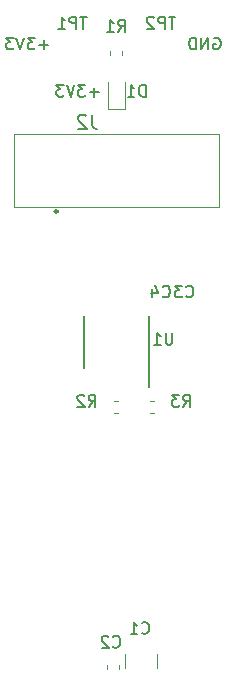
<source format=gbo>
G04 #@! TF.GenerationSoftware,KiCad,Pcbnew,5.1.2*
G04 #@! TF.CreationDate,2019-05-01T14:56:28-06:00*
G04 #@! TF.ProjectId,microphone_array_adapter_board,6d696372-6f70-4686-9f6e-655f61727261,1*
G04 #@! TF.SameCoordinates,PX826a3b0PY7270e00*
G04 #@! TF.FileFunction,Legend,Bot*
G04 #@! TF.FilePolarity,Positive*
%FSLAX46Y46*%
G04 Gerber Fmt 4.6, Leading zero omitted, Abs format (unit mm)*
G04 Created by KiCad (PCBNEW 5.1.2) date 2019-05-01 14:56:28*
%MOMM*%
%LPD*%
G04 APERTURE LIST*
%ADD10C,0.150000*%
%ADD11C,0.120000*%
%ADD12C,0.250000*%
G04 APERTURE END LIST*
D10*
X10761904Y51178572D02*
X10000000Y51178572D01*
X10380952Y50797620D02*
X10380952Y51559524D01*
X9619047Y51797620D02*
X9000000Y51797620D01*
X9333333Y51416667D01*
X9190476Y51416667D01*
X9095238Y51369048D01*
X9047619Y51321429D01*
X9000000Y51226191D01*
X9000000Y50988096D01*
X9047619Y50892858D01*
X9095238Y50845239D01*
X9190476Y50797620D01*
X9476190Y50797620D01*
X9571428Y50845239D01*
X9619047Y50892858D01*
X8714285Y51797620D02*
X8380952Y50797620D01*
X8047619Y51797620D01*
X7809523Y51797620D02*
X7190476Y51797620D01*
X7523809Y51416667D01*
X7380952Y51416667D01*
X7285714Y51369048D01*
X7238095Y51321429D01*
X7190476Y51226191D01*
X7190476Y50988096D01*
X7238095Y50892858D01*
X7285714Y50845239D01*
X7380952Y50797620D01*
X7666666Y50797620D01*
X7761904Y50845239D01*
X7809523Y50892858D01*
D11*
X12087221Y25010000D02*
X12412779Y25010000D01*
X12087221Y23990000D02*
X12412779Y23990000D01*
X15087221Y25010000D02*
X15412779Y25010000D01*
X15087221Y23990000D02*
X15412779Y23990000D01*
D12*
X7295000Y41070000D02*
G75*
G03X7295000Y41070000I-125000J0D01*
G01*
D11*
X20910000Y41440000D02*
X20910000Y47660000D01*
X3590000Y41440000D02*
X20910000Y41440000D01*
X3590000Y47660000D02*
X3590000Y41440000D01*
X20910000Y47660000D02*
X3590000Y47660000D01*
X12990000Y3602064D02*
X12990000Y2397936D01*
X15710000Y3602064D02*
X15710000Y2397936D01*
X11490000Y2662779D02*
X11490000Y2337221D01*
X12510000Y2662779D02*
X12510000Y2337221D01*
X12985000Y52050000D02*
X12985000Y49765000D01*
X12985000Y49765000D02*
X11515000Y49765000D01*
X11515000Y49765000D02*
X11515000Y52050000D01*
X11740000Y54662779D02*
X11740000Y54337221D01*
X12760000Y54662779D02*
X12760000Y54337221D01*
D10*
X9525000Y27800000D02*
X9525000Y32200000D01*
X15050000Y26225000D02*
X15050000Y32200000D01*
X9916666Y24547620D02*
X10250000Y25023810D01*
X10488095Y24547620D02*
X10488095Y25547620D01*
X10107142Y25547620D01*
X10011904Y25500000D01*
X9964285Y25452381D01*
X9916666Y25357143D01*
X9916666Y25214286D01*
X9964285Y25119048D01*
X10011904Y25071429D01*
X10107142Y25023810D01*
X10488095Y25023810D01*
X9535714Y25452381D02*
X9488095Y25500000D01*
X9392857Y25547620D01*
X9154761Y25547620D01*
X9059523Y25500000D01*
X9011904Y25452381D01*
X8964285Y25357143D01*
X8964285Y25261905D01*
X9011904Y25119048D01*
X9583333Y24547620D01*
X8964285Y24547620D01*
X17916666Y24547620D02*
X18250000Y25023810D01*
X18488095Y24547620D02*
X18488095Y25547620D01*
X18107142Y25547620D01*
X18011904Y25500000D01*
X17964285Y25452381D01*
X17916666Y25357143D01*
X17916666Y25214286D01*
X17964285Y25119048D01*
X18011904Y25071429D01*
X18107142Y25023810D01*
X18488095Y25023810D01*
X17583333Y25547620D02*
X16964285Y25547620D01*
X17297619Y25166667D01*
X17154761Y25166667D01*
X17059523Y25119048D01*
X17011904Y25071429D01*
X16964285Y24976191D01*
X16964285Y24738096D01*
X17011904Y24642858D01*
X17059523Y24595239D01*
X17154761Y24547620D01*
X17440476Y24547620D01*
X17535714Y24595239D01*
X17583333Y24642858D01*
X10200000Y49257143D02*
X10200000Y48400000D01*
X10257142Y48228572D01*
X10371428Y48114286D01*
X10542857Y48057143D01*
X10657142Y48057143D01*
X9685714Y49142858D02*
X9628571Y49200000D01*
X9514285Y49257143D01*
X9228571Y49257143D01*
X9114285Y49200000D01*
X9057142Y49142858D01*
X9000000Y49028572D01*
X9000000Y48914286D01*
X9057142Y48742858D01*
X9742857Y48057143D01*
X9000000Y48057143D01*
X9761904Y57547620D02*
X9190476Y57547620D01*
X9476190Y56547620D02*
X9476190Y57547620D01*
X8857142Y56547620D02*
X8857142Y57547620D01*
X8476190Y57547620D01*
X8380952Y57500000D01*
X8333333Y57452381D01*
X8285714Y57357143D01*
X8285714Y57214286D01*
X8333333Y57119048D01*
X8380952Y57071429D01*
X8476190Y57023810D01*
X8857142Y57023810D01*
X7333333Y56547620D02*
X7904761Y56547620D01*
X7619047Y56547620D02*
X7619047Y57547620D01*
X7714285Y57404762D01*
X7809523Y57309524D01*
X7904761Y57261905D01*
X6511904Y55178572D02*
X5750000Y55178572D01*
X6130952Y54797620D02*
X6130952Y55559524D01*
X5369047Y55797620D02*
X4750000Y55797620D01*
X5083333Y55416667D01*
X4940476Y55416667D01*
X4845238Y55369048D01*
X4797619Y55321429D01*
X4750000Y55226191D01*
X4750000Y54988096D01*
X4797619Y54892858D01*
X4845238Y54845239D01*
X4940476Y54797620D01*
X5226190Y54797620D01*
X5321428Y54845239D01*
X5369047Y54892858D01*
X4464285Y55797620D02*
X4130952Y54797620D01*
X3797619Y55797620D01*
X3559523Y55797620D02*
X2940476Y55797620D01*
X3273809Y55416667D01*
X3130952Y55416667D01*
X3035714Y55369048D01*
X2988095Y55321429D01*
X2940476Y55226191D01*
X2940476Y54988096D01*
X2988095Y54892858D01*
X3035714Y54845239D01*
X3130952Y54797620D01*
X3416666Y54797620D01*
X3511904Y54845239D01*
X3559523Y54892858D01*
X17261904Y57547620D02*
X16690476Y57547620D01*
X16976190Y56547620D02*
X16976190Y57547620D01*
X16357142Y56547620D02*
X16357142Y57547620D01*
X15976190Y57547620D01*
X15880952Y57500000D01*
X15833333Y57452381D01*
X15785714Y57357143D01*
X15785714Y57214286D01*
X15833333Y57119048D01*
X15880952Y57071429D01*
X15976190Y57023810D01*
X16357142Y57023810D01*
X15404761Y57452381D02*
X15357142Y57500000D01*
X15261904Y57547620D01*
X15023809Y57547620D01*
X14928571Y57500000D01*
X14880952Y57452381D01*
X14833333Y57357143D01*
X14833333Y57261905D01*
X14880952Y57119048D01*
X15452380Y56547620D01*
X14833333Y56547620D01*
X20511904Y55750000D02*
X20607142Y55797620D01*
X20750000Y55797620D01*
X20892857Y55750000D01*
X20988095Y55654762D01*
X21035714Y55559524D01*
X21083333Y55369048D01*
X21083333Y55226191D01*
X21035714Y55035715D01*
X20988095Y54940477D01*
X20892857Y54845239D01*
X20750000Y54797620D01*
X20654761Y54797620D01*
X20511904Y54845239D01*
X20464285Y54892858D01*
X20464285Y55226191D01*
X20654761Y55226191D01*
X20035714Y54797620D02*
X20035714Y55797620D01*
X19464285Y54797620D01*
X19464285Y55797620D01*
X18988095Y54797620D02*
X18988095Y55797620D01*
X18750000Y55797620D01*
X18607142Y55750000D01*
X18511904Y55654762D01*
X18464285Y55559524D01*
X18416666Y55369048D01*
X18416666Y55226191D01*
X18464285Y55035715D01*
X18511904Y54940477D01*
X18607142Y54845239D01*
X18750000Y54797620D01*
X18988095Y54797620D01*
X14416666Y5392858D02*
X14464285Y5345239D01*
X14607142Y5297620D01*
X14702380Y5297620D01*
X14845238Y5345239D01*
X14940476Y5440477D01*
X14988095Y5535715D01*
X15035714Y5726191D01*
X15035714Y5869048D01*
X14988095Y6059524D01*
X14940476Y6154762D01*
X14845238Y6250000D01*
X14702380Y6297620D01*
X14607142Y6297620D01*
X14464285Y6250000D01*
X14416666Y6202381D01*
X13464285Y5297620D02*
X14035714Y5297620D01*
X13750000Y5297620D02*
X13750000Y6297620D01*
X13845238Y6154762D01*
X13940476Y6059524D01*
X14035714Y6011905D01*
X11966666Y4242858D02*
X12014285Y4195239D01*
X12157142Y4147620D01*
X12252380Y4147620D01*
X12395238Y4195239D01*
X12490476Y4290477D01*
X12538095Y4385715D01*
X12585714Y4576191D01*
X12585714Y4719048D01*
X12538095Y4909524D01*
X12490476Y5004762D01*
X12395238Y5100000D01*
X12252380Y5147620D01*
X12157142Y5147620D01*
X12014285Y5100000D01*
X11966666Y5052381D01*
X11585714Y5052381D02*
X11538095Y5100000D01*
X11442857Y5147620D01*
X11204761Y5147620D01*
X11109523Y5100000D01*
X11061904Y5052381D01*
X11014285Y4957143D01*
X11014285Y4861905D01*
X11061904Y4719048D01*
X11633333Y4147620D01*
X11014285Y4147620D01*
X18166666Y33892858D02*
X18214285Y33845239D01*
X18357142Y33797620D01*
X18452380Y33797620D01*
X18595238Y33845239D01*
X18690476Y33940477D01*
X18738095Y34035715D01*
X18785714Y34226191D01*
X18785714Y34369048D01*
X18738095Y34559524D01*
X18690476Y34654762D01*
X18595238Y34750000D01*
X18452380Y34797620D01*
X18357142Y34797620D01*
X18214285Y34750000D01*
X18166666Y34702381D01*
X17833333Y34797620D02*
X17214285Y34797620D01*
X17547619Y34416667D01*
X17404761Y34416667D01*
X17309523Y34369048D01*
X17261904Y34321429D01*
X17214285Y34226191D01*
X17214285Y33988096D01*
X17261904Y33892858D01*
X17309523Y33845239D01*
X17404761Y33797620D01*
X17690476Y33797620D01*
X17785714Y33845239D01*
X17833333Y33892858D01*
X16166666Y33892858D02*
X16214285Y33845239D01*
X16357142Y33797620D01*
X16452380Y33797620D01*
X16595238Y33845239D01*
X16690476Y33940477D01*
X16738095Y34035715D01*
X16785714Y34226191D01*
X16785714Y34369048D01*
X16738095Y34559524D01*
X16690476Y34654762D01*
X16595238Y34750000D01*
X16452380Y34797620D01*
X16357142Y34797620D01*
X16214285Y34750000D01*
X16166666Y34702381D01*
X15309523Y34464286D02*
X15309523Y33797620D01*
X15547619Y34845239D02*
X15785714Y34130953D01*
X15166666Y34130953D01*
X14738095Y50797620D02*
X14738095Y51797620D01*
X14500000Y51797620D01*
X14357142Y51750000D01*
X14261904Y51654762D01*
X14214285Y51559524D01*
X14166666Y51369048D01*
X14166666Y51226191D01*
X14214285Y51035715D01*
X14261904Y50940477D01*
X14357142Y50845239D01*
X14500000Y50797620D01*
X14738095Y50797620D01*
X13214285Y50797620D02*
X13785714Y50797620D01*
X13500000Y50797620D02*
X13500000Y51797620D01*
X13595238Y51654762D01*
X13690476Y51559524D01*
X13785714Y51511905D01*
X12416666Y56297620D02*
X12750000Y56773810D01*
X12988095Y56297620D02*
X12988095Y57297620D01*
X12607142Y57297620D01*
X12511904Y57250000D01*
X12464285Y57202381D01*
X12416666Y57107143D01*
X12416666Y56964286D01*
X12464285Y56869048D01*
X12511904Y56821429D01*
X12607142Y56773810D01*
X12988095Y56773810D01*
X11464285Y56297620D02*
X12035714Y56297620D01*
X11750000Y56297620D02*
X11750000Y57297620D01*
X11845238Y57154762D01*
X11940476Y57059524D01*
X12035714Y57011905D01*
X17011904Y30797620D02*
X17011904Y29988096D01*
X16964285Y29892858D01*
X16916666Y29845239D01*
X16821428Y29797620D01*
X16630952Y29797620D01*
X16535714Y29845239D01*
X16488095Y29892858D01*
X16440476Y29988096D01*
X16440476Y30797620D01*
X15440476Y29797620D02*
X16011904Y29797620D01*
X15726190Y29797620D02*
X15726190Y30797620D01*
X15821428Y30654762D01*
X15916666Y30559524D01*
X16011904Y30511905D01*
M02*

</source>
